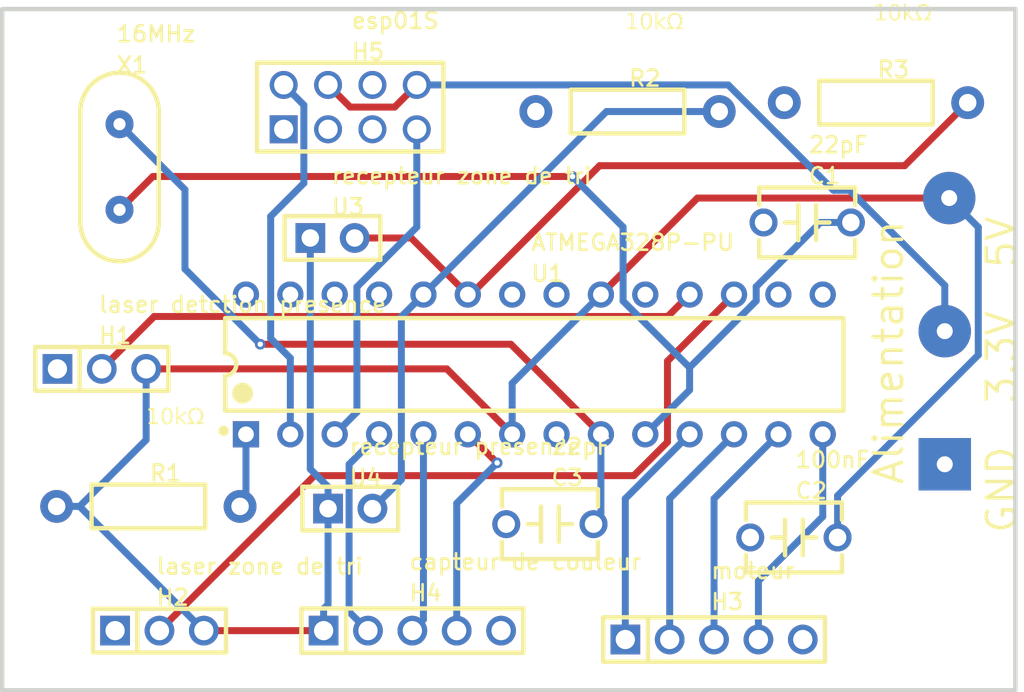
<source format=kicad_pcb>
(kicad_pcb (version 20241229) (generator "pcbnew") (generator_version "9.0")
  (layers (0 "F.Cu" signal "TopLayer") (2 "B.Cu" signal "BottomLayer") (13 "F.Paste" user "TopPasteMaskLayer") (15 "B.Paste" user "BottomPasteMaskLayer") (5 "F.SilkS" user "TopSilkLayer") (7 "B.SilkS" user "BottomSilkLayer") (1 "F.Mask" user "TopSolderMaskLayer") (3 "B.Mask" user "BottomSolderMaskLayer") (25 "Edge.Cuts" user "BoardOutLine"))
  (net 1 "")
  (net 2 "+5V")
  (net 3 "+3.3V")
  (net 4 "U1_9")
  (net 5 "A1")
  (net 6 "U1_1")
  (net 7 "TX_ATMEGA")
  (net 8 "RX_ATMEGA")
  (net 9 "H4_4")
  (net 10 "H4_3")
  (net 11 "H4_2")
  (net 12 "H3_4")
  (net 13 "H3_3")
  (net 14 "H3_2")
  (net 15 "H3_1")
  (net 16 "U1_10")
  (net 17 "11")
  (net 18 "12")
  (net 19 "A0")
  (net 20 "GND")
  (footprint "Pad_gge2154" (layer "F.Cu") (at 171.214 96.82)
    (property "Reference" "Pad_gge2154" (hide yes))
    (property "Value" "Pad_gge2154" (hide yes))
    (pad "1" thru_hole oval (at 0 0) (size 3 3) (drill 0.9144) (layers "*.Cu" "*.Mask") (net 2 "+5V"))
  )
  (footprint "RES-TH_BD2.5-L6.5-P10.50-D0.6" (layer "F.Cu") (at 125.367 114.473)
    (property "Reference" "R1" (at 0 -2.4384 0) (layer "F.SilkS") (effects (font (size 0.9144 0.9144) (thickness 0.1524)) (justify left top)))
    (property "Value" "10kΩ" (at -0.1445 -5.6236 0) (layer "F.SilkS") (effects (font (size 0.9144 0.9144) (thickness 0.1524)) (justify left top)))
    (fp_line (start -3.25 -1.25) (end 3.25 -1.25) (stroke (width 0.254)) (layer "F.SilkS"))
    (fp_line (start -3.25 1.25) (end -3.25 -1.25) (stroke (width 0.254)) (layer "F.SilkS"))
    (fp_line (start 3.25 1.25) (end -3.25 1.25) (stroke (width 0.254)) (layer "F.SilkS"))
    (fp_line (start 3.25 1.25) (end 3.25 -1.25) (stroke (width 0.254)) (layer "F.SilkS"))
    (pad "1" thru_hole oval (at -5.2499 0) (size 1.8796 1.8796) (drill 1) (layers "*.Cu" "*.Mask") (net 2 "+5V"))
    (pad "2" thru_hole oval (at 5.2499 0) (size 1.8796 1.8796) (drill 1) (layers "*.Cu" "*.Mask") (net 6 "U1_1"))
  )
  (footprint "HDR-TH_3P-P2.54-V-M" (layer "F.Cu") (at 126.002 121.585)
    (property "Reference" "H2" (at -0.254 -2.4384 0) (layer "F.SilkS") (effects (font (size 0.9144 0.9144) (thickness 0.1524)) (justify left top)))
    (property "Value" "laser zone de tri" (at -0.254 -4.2164 0) (layer "F.SilkS") (effects (font (size 0.9144 0.9144) (thickness 0.1524)) (justify left top)))
    (fp_line (start -3.81 -1.25) (end 3.809 -1.25) (stroke (width 0.254)) (layer "F.SilkS"))
    (fp_line (start -3.81 1.25) (end -3.81 -1.25) (stroke (width 0.254)) (layer "F.SilkS"))
    (fp_line (start -1.27 -1.25) (end -1.27 1.25) (stroke (width 0.254)) (layer "F.SilkS"))
    (fp_line (start 3.809 -1.25) (end 3.809 1.25) (stroke (width 0.254)) (layer "F.SilkS"))
    (fp_line (start 3.81 1.25) (end -3.81 1.25) (stroke (width 0.254)) (layer "F.SilkS"))
    (pad "1" thru_hole rect (at -2.54 0) (size 1.7 1.7) (drill 1.1) (layers "*.Cu" "*.Mask") (net 20 "GND"))
    (pad "2" thru_hole oval (at 0 0) (size 1.7 1.7) (drill 1.1) (layers "*.Cu" "*.Mask") (net 17 "11"))
    (pad "3" thru_hole oval (at 2.54 0) (size 1.7 1.7) (drill 1.1) (layers "*.Cu" "*.Mask") (net 2 "+5V"))
  )
  (footprint "HDR-TH_2P-P2.54-V-F" (layer "F.Cu") (at 135.908 99.106)
    (property "Reference" "U3" (at -0.127 -2.3114 0) (layer "F.SilkS") (effects (font (size 0.9144 0.9144) (thickness 0.1524)) (justify left top)))
    (property "Value" "recepteur zone de tri" (at -0.127 -4.0894 0) (layer "F.SilkS") (effects (font (size 0.9144 0.9144) (thickness 0.1524)) (justify left top)))
    (fp_line (start -2.74 -1.25) (end 2.74 -1.25) (stroke (width 0.254)) (layer "F.SilkS"))
    (fp_line (start -2.74 1.25) (end -2.74 -1.25) (stroke (width 0.254)) (layer "F.SilkS"))
    (fp_line (start 2.74 -1.25) (end 2.74 1.25) (stroke (width 0.254)) (layer "F.SilkS"))
    (fp_line (start 2.74 1.25) (end -2.74 1.25) (stroke (width 0.254)) (layer "F.SilkS"))
    (pad "1" thru_hole rect (at -1.27 0) (size 1.7 1.7) (drill 1) (layers "*.Cu" "*.Mask") (net 2 "+5V"))
    (pad "2" thru_hole oval (at 1.27 0) (size 1.7 1.7) (drill 1) (layers "*.Cu" "*.Mask") (net 19 "A0"))
  )
  (footprint "OSC-TH_L10.0-W4.5-P5.00" (layer "F.Cu") (at 123.716 95.042)
    (property "Reference" "X1" (at -0.254 -6.3754 0) (layer "F.SilkS") (effects (font (size 0.9144 0.9144) (thickness 0.1524)) (justify left top)))
    (property "Value" "16MHz" (at -0.254 -8.1534 0) (layer "F.SilkS") (effects (font (size 0.9144 0.9144) (thickness 0.1524)) (justify left top)))
    (fp_line (start -2.2479 3.1496) (end -2.2479 -3.1496) (stroke (width 0.254)) (layer "F.SilkS"))
    (fp_line (start 2.2479 3.1496) (end 2.2479 -3.1496) (stroke (width 0.254)) (layer "F.SilkS"))
    (fp_arc (start -2.2479 -3.1496) (mid 0 -5.3975) (end 2.2479 -3.1496) (stroke (width 0.254)) (layer "F.SilkS"))
    (fp_arc (start 2.2479 3.1496) (mid 0 5.3975) (end -2.2479 3.1496) (stroke (width 0.254)) (layer "F.SilkS"))
    (pad "1" thru_hole oval (at 0 -2.4501 270) (size 1.6 1.6) (drill 0.7) (layers "*.Cu" "*.Mask") (net 4 "U1_9"))
    (pad "2" thru_hole oval (at 0 2.4501 270) (size 1.6 1.6) (drill 0.7) (layers "*.Cu" "*.Mask") (net 16 "U1_10"))
  )
  (footprint "Pad_gge2184" (layer "F.Cu") (at 170.96 112.06)
    (property "Reference" "Pad_gge2184" (hide yes))
    (property "Value" "Pad_gge2184" (hide yes))
    (pad "2" thru_hole rect (at 0 0) (size 3 3) (drill 0.9144) (layers "*.Cu" "*.Mask") (net 20 "GND"))
  )
  (footprint "CAP-TH_L5.5-W4.0-P5.00-D0.5" (layer "F.Cu") (at 148.354 115.489)
    (property "Reference" "C3" (at 0 -3.2004 0) (layer "F.SilkS") (effects (font (size 0.9144 0.9144) (thickness 0.1524)) (justify left top)))
    (property "Value" "22pF" (at 0 -4.9784 0) (layer "F.SilkS") (effects (font (size 0.9144 0.9144) (thickness 0.1524)) (justify left top)))
    (fp_line (start -2.7501 -2) (end -2.7501 -1.0095) (stroke (width 0.254)) (layer "F.SilkS"))
    (fp_line (start -2.7501 -2) (end 2.7499 -2) (stroke (width 0.254)) (layer "F.SilkS"))
    (fp_line (start -2.7501 1.0095) (end -2.7501 2) (stroke (width 0.254)) (layer "F.SilkS"))
    (fp_line (start -0.508 -1.016) (end -0.508 1.016) (stroke (width 0.254)) (layer "F.SilkS"))
    (fp_line (start -0.508 0.0017) (end -1.27 0.0017) (stroke (width 0.254)) (layer "F.SilkS"))
    (fp_line (start 0.508 0.0017) (end 1.27 0.0017) (stroke (width 0.254)) (layer "F.SilkS"))
    (fp_line (start 0.508 1.016) (end 0.508 -1.016) (stroke (width 0.254)) (layer "F.SilkS"))
    (fp_line (start 2.7499 -2) (end 2.7499 -1.0095) (stroke (width 0.254)) (layer "F.SilkS"))
    (fp_line (start 2.7499 1.0095) (end 2.7499 2) (stroke (width 0.254)) (layer "F.SilkS"))
    (fp_line (start 2.7499 2) (end -2.7502 2) (stroke (width 0.254)) (layer "F.SilkS"))
    (pad "1" thru_hole oval (at -2.4999 0) (size 1.6 1.6) (drill 1) (layers "*.Cu" "*.Mask") (net 20 "GND"))
    (pad "2" thru_hole oval (at 2.4999 0) (size 1.6 1.6) (drill 1) (layers "*.Cu" "*.Mask") (net 4 "U1_9"))
  )
  (footprint "CAP-TH_L5.5-W4.0-P5.00-D0.5" (layer "F.Cu") (at 163.086 98.217)
    (property "Reference" "C1" (at 0 -3.2004 0) (layer "F.SilkS") (effects (font (size 0.9144 0.9144) (thickness 0.1524)) (justify left top)))
    (property "Value" "22pF" (at 0 -4.9784 0) (layer "F.SilkS") (effects (font (size 0.9144 0.9144) (thickness 0.1524)) (justify left top)))
    (fp_line (start -2.7501 -2) (end -2.7501 -1.0095) (stroke (width 0.254)) (layer "F.SilkS"))
    (fp_line (start -2.7501 -2) (end 2.7499 -2) (stroke (width 0.254)) (layer "F.SilkS"))
    (fp_line (start -2.7501 1.0095) (end -2.7501 2) (stroke (width 0.254)) (layer "F.SilkS"))
    (fp_line (start -0.508 -1.016) (end -0.508 1.016) (stroke (width 0.254)) (layer "F.SilkS"))
    (fp_line (start -0.508 0.0017) (end -1.27 0.0017) (stroke (width 0.254)) (layer "F.SilkS"))
    (fp_line (start 0.508 0.0017) (end 1.27 0.0017) (stroke (width 0.254)) (layer "F.SilkS"))
    (fp_line (start 0.508 1.016) (end 0.508 -1.016) (stroke (width 0.254)) (layer "F.SilkS"))
    (fp_line (start 2.7499 -2) (end 2.7499 -1.0095) (stroke (width 0.254)) (layer "F.SilkS"))
    (fp_line (start 2.7499 1.0095) (end 2.7499 2) (stroke (width 0.254)) (layer "F.SilkS"))
    (fp_line (start 2.7499 2) (end -2.7502 2) (stroke (width 0.254)) (layer "F.SilkS"))
    (pad "1" thru_hole oval (at -2.4999 0) (size 1.6 1.6) (drill 1) (layers "*.Cu" "*.Mask") (net 20 "GND"))
    (pad "2" thru_hole oval (at 2.5001 0) (size 1.6 1.6) (drill 1) (layers "*.Cu" "*.Mask") (net 16 "U1_10"))
  )
  (footprint "HDR-TH_3P-P2.54-V-M" (layer "F.Cu") (at 122.7 106.599)
    (property "Reference" "H1" (at -0.254 -2.4384 0) (layer "F.SilkS") (effects (font (size 0.9144 0.9144) (thickness 0.1524)) (justify left top)))
    (property "Value" "laser detction presence" (at -0.254 -4.2164 0) (layer "F.SilkS") (effects (font (size 0.9144 0.9144) (thickness 0.1524)) (justify left top)))
    (fp_line (start -3.81 -1.25) (end 3.809 -1.25) (stroke (width 0.254)) (layer "F.SilkS"))
    (fp_line (start -3.81 1.25) (end -3.81 -1.25) (stroke (width 0.254)) (layer "F.SilkS"))
    (fp_line (start -1.27 -1.25) (end -1.27 1.25) (stroke (width 0.254)) (layer "F.SilkS"))
    (fp_line (start 3.809 -1.25) (end 3.809 1.25) (stroke (width 0.254)) (layer "F.SilkS"))
    (fp_line (start 3.81 1.25) (end -3.81 1.25) (stroke (width 0.254)) (layer "F.SilkS"))
    (pad "1" thru_hole rect (at -2.54 0) (size 1.7 1.7) (drill 1.1) (layers "*.Cu" "*.Mask") (net 20 "GND"))
    (pad "2" thru_hole oval (at 0 0) (size 1.7 1.7) (drill 1.1) (layers "*.Cu" "*.Mask") (net 18 "12"))
    (pad "3" thru_hole oval (at 2.54 0) (size 1.7 1.7) (drill 1.1) (layers "*.Cu" "*.Mask") (net 2 "+5V"))
  )
  (footprint "HDR-TH_5P-P2.54-V-M" (layer "F.Cu") (at 157.752 122.093)
    (property "Reference" "H3" (at -0.254 -2.6924 0) (layer "F.SilkS") (effects (font (size 0.9144 0.9144) (thickness 0.1524)) (justify left top)))
    (property "Value" "moteur" (at -0.254 -4.4704 0) (layer "F.SilkS") (effects (font (size 0.9144 0.9144) (thickness 0.1524)) (justify left top)))
    (fp_line (start -6.35 -1.27) (end 6.35 -1.27) (stroke (width 0.254)) (layer "F.SilkS"))
    (fp_line (start -6.35 1.27) (end -6.35 -1.27) (stroke (width 0.254)) (layer "F.SilkS"))
    (fp_line (start -3.7865 -1.27) (end -3.7865 1.27) (stroke (width 0.254)) (layer "F.SilkS"))
    (fp_line (start 6.35 -1.27) (end 6.35 1.27) (stroke (width 0.254)) (layer "F.SilkS"))
    (fp_line (start 6.35 1.27) (end -6.35 1.27) (stroke (width 0.254)) (layer "F.SilkS"))
    (pad "1" thru_hole rect (at -5.08 0) (size 1.7 1.7) (drill 1.1) (layers "*.Cu" "*.Mask") (net 15 "H3_1"))
    (pad "2" thru_hole oval (at -2.54 0) (size 1.7 1.7) (drill 1.1) (layers "*.Cu" "*.Mask") (net 14 "H3_2"))
    (pad "3" thru_hole oval (at 0 0) (size 1.7 1.7) (drill 1.1) (layers "*.Cu" "*.Mask") (net 13 "H3_3"))
    (pad "4" thru_hole oval (at 2.54 0) (size 1.7 1.7) (drill 1.1) (layers "*.Cu" "*.Mask") (net 12 "H3_4"))
    (pad "5" thru_hole oval (at 5.08 0) (size 1.7 1.7) (drill 1.1) (layers "*.Cu" "*.Mask") (net 20 "GND"))
  )
  (footprint "HDR-TH_5P-P2.54-V-M" (layer "F.Cu") (at 140.48 121.585)
    (property "Reference" "H4" (at -0.254 -2.6924 0) (layer "F.SilkS") (effects (font (size 0.9144 0.9144) (thickness 0.1524)) (justify left top)))
    (property "Value" "capteur de couleur" (at -0.254 -4.4704 0) (layer "F.SilkS") (effects (font (size 0.9144 0.9144) (thickness 0.1524)) (justify left top)))
    (fp_line (start -6.35 -1.27) (end 6.35 -1.27) (stroke (width 0.254)) (layer "F.SilkS"))
    (fp_line (start -6.35 1.27) (end -6.35 -1.27) (stroke (width 0.254)) (layer "F.SilkS"))
    (fp_line (start -3.7865 -1.27) (end -3.7865 1.27) (stroke (width 0.254)) (layer "F.SilkS"))
    (fp_line (start 6.35 -1.27) (end 6.35 1.27) (stroke (width 0.254)) (layer "F.SilkS"))
    (fp_line (start 6.35 1.27) (end -6.35 1.27) (stroke (width 0.254)) (layer "F.SilkS"))
    (pad "1" thru_hole rect (at -5.08 0) (size 1.7 1.7) (drill 1.1) (layers "*.Cu" "*.Mask") (net 2 "+5V"))
    (pad "2" thru_hole oval (at -2.54 0) (size 1.7 1.7) (drill 1.1) (layers "*.Cu" "*.Mask") (net 11 "H4_2"))
    (pad "3" thru_hole oval (at 0 0) (size 1.7 1.7) (drill 1.1) (layers "*.Cu" "*.Mask") (net 10 "H4_3"))
    (pad "4" thru_hole oval (at 2.54 0) (size 1.7 1.7) (drill 1.1) (layers "*.Cu" "*.Mask") (net 9 "H4_4"))
    (pad "5" thru_hole oval (at 5.08 0) (size 1.7 1.7) (drill 1.1) (layers "*.Cu" "*.Mask") (net 20 "GND"))
  )
  (footprint "RES-TH_BD2.5-L6.5-P10.50-D0.6" (layer "F.Cu") (at 167.023 91.359)
    (property "Reference" "R3" (at 0 -2.4384 0) (layer "F.SilkS") (effects (font (size 0.9144 0.9144) (thickness 0.1524)) (justify left top)))
    (property "Value" "10kΩ" (at -0.1445 -5.6236 0) (layer "F.SilkS") (effects (font (size 0.9144 0.9144) (thickness 0.1524)) (justify left top)))
    (fp_line (start -3.25 -1.25) (end 3.25 -1.25) (stroke (width 0.254)) (layer "F.SilkS"))
    (fp_line (start -3.25 1.25) (end -3.25 -1.25) (stroke (width 0.254)) (layer "F.SilkS"))
    (fp_line (start 3.25 1.25) (end -3.25 1.25) (stroke (width 0.254)) (layer "F.SilkS"))
    (fp_line (start 3.25 1.25) (end 3.25 -1.25) (stroke (width 0.254)) (layer "F.SilkS"))
    (pad "1" thru_hole oval (at -5.2499 0) (size 1.8796 1.8796) (drill 1) (layers "*.Cu" "*.Mask") (net 20 "GND"))
    (pad "2" thru_hole oval (at 5.2499 0) (size 1.8796 1.8796) (drill 1) (layers "*.Cu" "*.Mask") (net 19 "A0"))
  )
  (footprint "Pad_gge2229" (layer "F.Cu") (at 170.96 104.44)
    (property "Reference" "Pad_gge2229" (hide yes))
    (property "Value" "Pad_gge2229" (hide yes))
    (pad "1" thru_hole oval (at 0 0) (size 3 3) (drill 0.9144) (layers "*.Cu" "*.Mask") (net 3 "+3.3V"))
  )
  (footprint "HDR-TH_2P-P2.54-V-F" (layer "F.Cu") (at 136.924 114.6)
    (property "Reference" "U4" (at -0.127 -2.3114 0) (layer "F.SilkS") (effects (font (size 0.9144 0.9144) (thickness 0.1524)) (justify left top)))
    (property "Value" "recepteur presence" (at -0.127 -4.0894 0) (layer "F.SilkS") (effects (font (size 0.9144 0.9144) (thickness 0.1524)) (justify left top)))
    (fp_line (start -2.74 -1.25) (end 2.74 -1.25) (stroke (width 0.254)) (layer "F.SilkS"))
    (fp_line (start -2.74 1.25) (end -2.74 -1.25) (stroke (width 0.254)) (layer "F.SilkS"))
    (fp_line (start 2.74 -1.25) (end 2.74 1.25) (stroke (width 0.254)) (layer "F.SilkS"))
    (fp_line (start 2.74 1.25) (end -2.74 1.25) (stroke (width 0.254)) (layer "F.SilkS"))
    (pad "1" thru_hole rect (at -1.27 0) (size 1.7 1.7) (drill 1) (layers "*.Cu" "*.Mask") (net 2 "+5V"))
    (pad "2" thru_hole oval (at 1.27 0) (size 1.7 1.7) (drill 1) (layers "*.Cu" "*.Mask") (net 5 "A1"))
  )
  (footprint "HDR-TH_8P-P2.54-V-F-R2-C4-S2.54" (layer "F.Cu") (at 136.924 91.613)
    (property "Reference" "H5" (at 0 -3.7084 0) (layer "F.SilkS") (effects (font (size 0.9144 0.9144) (thickness 0.1524)) (justify left top)))
    (property "Value" "esp01S" (at 0 -5.4864 0) (layer "F.SilkS") (effects (font (size 0.9144 0.9144) (thickness 0.1524)) (justify left top)))
    (fp_line (start -5.334 -2.54) (end 5.334 -2.54) (stroke (width 0.254)) (layer "F.SilkS"))
    (fp_line (start -5.334 2.54) (end -5.334 -2.54) (stroke (width 0.254)) (layer "F.SilkS"))
    (fp_line (start 5.334 -2.54) (end 5.334 2.54) (stroke (width 0.254)) (layer "F.SilkS"))
    (fp_line (start 5.334 2.54) (end -5.334 2.54) (stroke (width 0.254)) (layer "F.SilkS"))
    (pad "1" thru_hole rect (at -3.81 1.27) (size 1.6 1.6) (drill 1.1) (layers "*.Cu" "*.Mask") (net 20 "GND"))
    (pad "2" thru_hole oval (at -3.81 -1.27) (size 1.6 1.6) (drill 1.1) (layers "*.Cu" "*.Mask") (net 8 "RX_ATMEGA"))
    (pad "3" thru_hole oval (at -1.27 1.27) (size 1.6 1.6) (drill 1.1) (layers "*.Cu" "*.Mask") (net 0 ""))
    (pad "4" thru_hole oval (at -1.27 -1.27) (size 1.6 1.6) (drill 1.1) (layers "*.Cu" "*.Mask") (net 3 "+3.3V"))
    (pad "5" thru_hole oval (at 1.27 1.27) (size 1.6 1.6) (drill 1.1) (layers "*.Cu" "*.Mask") (net 0 ""))
    (pad "6" thru_hole oval (at 1.27 -1.27) (size 1.6 1.6) (drill 1.1) (layers "*.Cu" "*.Mask") (net 0 ""))
    (pad "7" thru_hole oval (at 3.81 1.27) (size 1.6 1.6) (drill 1.1) (layers "*.Cu" "*.Mask") (net 7 "TX_ATMEGA"))
    (pad "8" thru_hole oval (at 3.81 -1.27) (size 1.6 1.6) (drill 1.1) (layers "*.Cu" "*.Mask") (net 3 "+3.3V"))
  )
  (footprint "DIP-28_L34.6-W7.3-P2.54-LS10.2-BL" (layer "F.Cu") (at 147.465 106.345)
    (property "Reference" "U1" (at -0.254 -5.7404 0) (layer "F.SilkS") (effects (font (size 0.9144 0.9144) (thickness 0.1524)) (justify left top)))
    (property "Value" "ATMEGA328P-PU" (at -0.254 -7.5184 0) (layer "F.SilkS") (effects (font (size 0.9144 0.9144) (thickness 0.1524)) (justify left top)))
    (fp_line (start -17.7 -2.65) (end 17.7 -2.65) (stroke (width 0.254)) (layer "F.SilkS"))
    (fp_line (start -17.7 -0.635) (end -17.7 -2.65) (stroke (width 0.254)) (layer "F.SilkS"))
    (fp_line (start -17.7 2.65) (end -17.7 0.635) (stroke (width 0.254)) (layer "F.SilkS"))
    (fp_line (start 17.7 -2.65) (end 17.7 2.65) (stroke (width 0.254)) (layer "F.SilkS"))
    (fp_line (start 17.7 2.65) (end -17.7 2.65) (stroke (width 0.254)) (layer "F.SilkS"))
    (fp_arc (start -17.94 3.7973) (mid -17.639994 3.79865) (end -17.94 3.7998) (stroke (width 0.3)) (layer "F.SilkS"))
    (fp_arc (start -17.7013 -0.635) (mid -17.0663 0) (end -17.7013 0.635) (stroke (width 0.254)) (layer "F.SilkS"))
    (fp_arc (start -17.0002 1.6459) (mid -16.400189 1.64855) (end -17.0002 1.651) (stroke (width 0.6)) (layer "F.SilkS"))
    (pad "1" thru_hole rect (at -16.51 4) (size 1.5 1.5) (drill 0.9) (layers "*.Cu" "*.Mask") (net 6 "U1_1"))
    (pad "2" thru_hole oval (at -13.97 4) (size 1.5 1.5) (drill 0.9) (layers "*.Cu" "*.Mask") (net 8 "RX_ATMEGA"))
    (pad "3" thru_hole oval (at -11.43 4) (size 1.5 1.5) (drill 0.9) (layers "*.Cu" "*.Mask") (net 7 "TX_ATMEGA"))
    (pad "4" thru_hole oval (at -8.89 4) (size 1.5 1.5) (drill 0.9) (layers "*.Cu" "*.Mask") (net 11 "H4_2"))
    (pad "5" thru_hole oval (at -6.35 4) (size 1.5 1.5) (drill 0.9) (layers "*.Cu" "*.Mask") (net 10 "H4_3"))
    (pad "6" thru_hole oval (at -3.81 4) (size 1.5 1.5) (drill 0.9) (layers "*.Cu" "*.Mask") (net 9 "H4_4"))
    (pad "7" thru_hole oval (at -1.27 4) (size 1.5 1.5) (drill 0.9) (layers "*.Cu" "*.Mask") (net 2 "+5V"))
    (pad "8" thru_hole oval (at 1.27 4) (size 1.5 1.5) (drill 0.9) (layers "*.Cu" "*.Mask") (net 20 "GND"))
    (pad "9" thru_hole oval (at 3.81 4) (size 1.5 1.5) (drill 0.9) (layers "*.Cu" "*.Mask") (net 4 "U1_9"))
    (pad "10" thru_hole oval (at 6.35 4) (size 1.5 1.5) (drill 0.9) (layers "*.Cu" "*.Mask") (net 16 "U1_10"))
    (pad "11" thru_hole oval (at 8.89 4) (size 1.5 1.5) (drill 0.9) (layers "*.Cu" "*.Mask") (net 15 "H3_1"))
    (pad "12" thru_hole oval (at 11.43 4) (size 1.5 1.5) (drill 0.9) (layers "*.Cu" "*.Mask") (net 14 "H3_2"))
    (pad "13" thru_hole oval (at 13.97 4) (size 1.5 1.5) (drill 0.9) (layers "*.Cu" "*.Mask") (net 13 "H3_3"))
    (pad "14" thru_hole oval (at 16.51 4) (size 1.5 1.5) (drill 0.9) (layers "*.Cu" "*.Mask") (net 12 "H3_4"))
    (pad "15" thru_hole oval (at 16.51 -4) (size 1.5 1.5) (drill 0.9) (layers "*.Cu" "*.Mask") (net 0 ""))
    (pad "16" thru_hole oval (at 13.97 -4) (size 1.5 1.5) (drill 0.9) (layers "*.Cu" "*.Mask") (net 0 ""))
    (pad "17" thru_hole oval (at 11.43 -4) (size 1.5 1.5) (drill 0.9) (layers "*.Cu" "*.Mask") (net 17 "11"))
    (pad "18" thru_hole oval (at 8.89 -4) (size 1.5 1.5) (drill 0.9) (layers "*.Cu" "*.Mask") (net 18 "12"))
    (pad "19" thru_hole oval (at 6.35 -4) (size 1.5 1.5) (drill 0.9) (layers "*.Cu" "*.Mask") (net 0 ""))
    (pad "20" thru_hole oval (at 3.81 -4) (size 1.5 1.5) (drill 0.9) (layers "*.Cu" "*.Mask") (net 2 "+5V"))
    (pad "21" thru_hole oval (at 1.27 -4) (size 1.5 1.5) (drill 0.9) (layers "*.Cu" "*.Mask") (net 0 ""))
    (pad "22" thru_hole oval (at -1.27 -4) (size 1.5 1.5) (drill 0.9) (layers "*.Cu" "*.Mask") (net 20 "GND"))
    (pad "23" thru_hole oval (at -3.81 -4) (size 1.5 1.5) (drill 0.9) (layers "*.Cu" "*.Mask") (net 19 "A0"))
    (pad "24" thru_hole oval (at -6.35 -4) (size 1.5 1.5) (drill 0.9) (layers "*.Cu" "*.Mask") (net 5 "A1"))
    (pad "25" thru_hole oval (at -8.89 -4) (size 1.5 1.5) (drill 0.9) (layers "*.Cu" "*.Mask") (net 0 ""))
    (pad "26" thru_hole oval (at -11.43 -4) (size 1.5 1.5) (drill 0.9) (layers "*.Cu" "*.Mask") (net 0 ""))
    (pad "27" thru_hole oval (at -13.97 -4) (size 1.5 1.5) (drill 0.9) (layers "*.Cu" "*.Mask") (net 0 ""))
    (pad "28" thru_hole oval (at -16.51 -4) (size 1.5 1.5) (drill 0.9) (layers "*.Cu" "*.Mask") (net 0 ""))
  )
  (footprint "CAP-TH_L5.5-W4.0-P5.00-D0.5" (layer "F.Cu") (at 162.324 116.251)
    (property "Reference" "C2" (at 0 -3.2004 0) (layer "F.SilkS") (effects (font (size 0.9144 0.9144) (thickness 0.1524)) (justify left top)))
    (property "Value" "100nF" (at 0 -4.9784 0) (layer "F.SilkS") (effects (font (size 0.9144 0.9144) (thickness 0.1524)) (justify left top)))
    (fp_line (start -2.7501 -2) (end -2.7501 -1.0095) (stroke (width 0.254)) (layer "F.SilkS"))
    (fp_line (start -2.7501 -2) (end 2.7499 -2) (stroke (width 0.254)) (layer "F.SilkS"))
    (fp_line (start -2.7501 1.0095) (end -2.7501 2) (stroke (width 0.254)) (layer "F.SilkS"))
    (fp_line (start -0.508 -1.016) (end -0.508 1.016) (stroke (width 0.254)) (layer "F.SilkS"))
    (fp_line (start -0.508 0.0017) (end -1.27 0.0017) (stroke (width 0.254)) (layer "F.SilkS"))
    (fp_line (start 0.508 0.0017) (end 1.27 0.0017) (stroke (width 0.254)) (layer "F.SilkS"))
    (fp_line (start 0.508 1.016) (end 0.508 -1.016) (stroke (width 0.254)) (layer "F.SilkS"))
    (fp_line (start 2.7499 -2) (end 2.7499 -1.0095) (stroke (width 0.254)) (layer "F.SilkS"))
    (fp_line (start 2.7499 1.0095) (end 2.7499 2) (stroke (width 0.254)) (layer "F.SilkS"))
    (fp_line (start 2.7499 2) (end -2.7502 2) (stroke (width 0.254)) (layer "F.SilkS"))
    (pad "1" thru_hole oval (at -2.4999 0) (size 1.6 1.6) (drill 1) (layers "*.Cu" "*.Mask") (net 20 "GND"))
    (pad "2" thru_hole oval (at 2.5001 0) (size 1.6 1.6) (drill 1) (layers "*.Cu" "*.Mask") (net 2 "+5V"))
  )
  (footprint "RES-TH_BD2.5-L6.5-P10.50-D0.6" (layer "F.Cu") (at 152.799 91.867)
    (property "Reference" "R2" (at 0 -2.4384 0) (layer "F.SilkS") (effects (font (size 0.9144 0.9144) (thickness 0.1524)) (justify left top)))
    (property "Value" "10kΩ" (at -0.1445 -5.6236 0) (layer "F.SilkS") (effects (font (size 0.9144 0.9144) (thickness 0.1524)) (justify left top)))
    (fp_line (start -3.25 -1.25) (end 3.25 -1.25) (stroke (width 0.254)) (layer "F.SilkS"))
    (fp_line (start -3.25 1.25) (end -3.25 -1.25) (stroke (width 0.254)) (layer "F.SilkS"))
    (fp_line (start 3.25 1.25) (end -3.25 1.25) (stroke (width 0.254)) (layer "F.SilkS"))
    (fp_line (start 3.25 1.25) (end 3.25 -1.25) (stroke (width 0.254)) (layer "F.SilkS"))
    (pad "1" thru_hole oval (at -5.2499 0) (size 1.8796 1.8796) (drill 1) (layers "*.Cu" "*.Mask") (net 20 "GND"))
    (pad "2" thru_hole oval (at 5.2499 0) (size 1.8796 1.8796) (drill 1) (layers "*.Cu" "*.Mask") (net 5 "A1"))
  )
  (gr_line (start 117 125) (end 117 86.0001) (stroke (width 0.254)) (layer "Edge.Cuts"))
  (gr_line (start 174.9999 86.0001) (end 174.9999 125) (stroke (width 0.254)) (layer "Edge.Cuts"))
  (gr_line (start 117 86.0001) (end 174.9999 86.0001) (stroke (width 0.254)) (layer "Edge.Cuts"))
  (gr_line (start 174.9999 125) (end 117 125) (stroke (width 0.254)) (layer "Edge.Cuts"))
  (gr_text "Alimentation" (at 166.7944 113.33 90) (layer "F.SilkS") (effects (font (size 1.6256 1.6256) (thickness 0.2032)) (justify left top)))
  (gr_text "GND  3.3V  5V" (at 173.2714 116.124 90) (layer "F.SilkS") (effects (font (size 1.6256 1.6256) (thickness 0.2032)) (justify left top)))
  (segment (start 171.214 96.82) (end 156.8 96.82) (width 0.4) (layer "F.Cu") (net 2))
  (segment (start 142.449 106.599) (end 146.195 110.345) (width 0.4) (layer "F.Cu") (net 2))
  (segment (start 135.4 121.585) (end 128.542 121.585) (width 0.4) (layer "F.Cu") (net 2))
  (segment (start 125.24 106.599) (end 142.449 106.599) (width 0.4) (layer "F.Cu") (net 2))
  (segment (start 156.8 96.82) (end 151.275 102.345) (width 0.4) (layer "F.Cu") (net 2))
  (segment (start 164.8239 116.251) (end 164.8239 113.8596) (width 0.4) (layer "B.Cu") (net 2))
  (segment (start 164.8239 113.8596) (end 172.8787 105.8048) (width 0.4) (layer "B.Cu") (net 2))
  (segment (start 121.43 114.473) (end 120.1171 114.473) (width 0.4) (layer "B.Cu") (net 2))
  (segment (start 151.275 102.345) (end 146.195 107.425) (width 0.4) (layer "B.Cu") (net 2))
  (segment (start 125.24 110.663) (end 121.43 114.473) (width 0.4) (layer "B.Cu") (net 2))
  (segment (start 135.4 121.585) (end 135.4 120.3343) (width 0.4) (layer "B.Cu") (net 2))
  (segment (start 172.8787 98.4847) (end 171.214 96.82) (width 0.4) (layer "B.Cu") (net 2))
  (segment (start 146.195 107.425) (end 146.195 110.345) (width 0.4) (layer "B.Cu") (net 2))
  (segment (start 135.654 114.6) (end 135.654 113.3496) (width 0.4) (layer "B.Cu") (net 2))
  (segment (start 172.8787 105.8048) (end 172.8787 98.4847) (width 0.4) (layer "B.Cu") (net 2))
  (segment (start 125.24 106.599) (end 125.24 110.663) (width 0.4) (layer "B.Cu") (net 2))
  (segment (start 135.654 114.6) (end 135.654 120.0803) (width 0.4) (layer "B.Cu") (net 2))
  (segment (start 134.638 112.3336) (end 135.654 113.3496) (width 0.4) (layer "B.Cu") (net 2))
  (segment (start 128.542 121.585) (end 121.43 114.473) (width 0.4) (layer "B.Cu") (net 2))
  (segment (start 134.638 99.106) (end 134.638 112.3336) (width 0.4) (layer "B.Cu") (net 2))
  (segment (start 135.654 120.0803) (end 135.4 120.3343) (width 0.4) (layer "B.Cu") (net 2))
  (segment (start 140.734 90.343) (end 139.464 91.613) (width 0.4) (layer "F.Cu") (net 3))
  (segment (start 139.464 91.613) (end 136.924 91.613) (width 0.4) (layer "F.Cu") (net 3))
  (segment (start 136.924 91.613) (end 135.654 90.343) (width 0.4) (layer "F.Cu") (net 3))
  (segment (start 140.734 90.343) (end 158.562 90.343) (width 0.4) (layer "B.Cu") (net 3))
  (segment (start 158.562 90.343) (end 164.5938 96.3748) (width 0.4) (layer "B.Cu") (net 3))
  (segment (start 170.96 101.819) (end 170.96 104.44) (width 0.4) (layer "B.Cu") (net 3))
  (segment (start 165.5158 96.3748) (end 170.96 101.819) (width 0.4) (layer "B.Cu") (net 3))
  (segment (start 164.5938 96.3748) (end 165.5158 96.3748) (width 0.4) (layer "B.Cu") (net 3))
  (segment (start 151.275 110.345) (end 146.1196 105.1896) (width 0.4) (layer "F.Cu") (net 4))
  (segment (start 146.1196 105.1896) (end 131.7714 105.1896) (width 0.4) (layer "F.Cu") (net 4))
  (via (at 131.7714 105.1896) (size 0.61) (drill 0.305) (layers "F.Cu" "B.Cu") (net 4))
  (segment (start 127.4623 96.3382) (end 123.716 92.5919) (width 0.4) (layer "B.Cu") (net 4))
  (segment (start 127.4623 100.8805) (end 127.4623 96.3382) (width 0.4) (layer "B.Cu") (net 4))
  (segment (start 131.7714 105.1896) (end 127.4623 100.8805) (width 0.4) (layer "B.Cu") (net 4))
  (segment (start 151.275 115.0679) (end 150.8539 115.489) (width 0.4) (layer "B.Cu") (net 4))
  (segment (start 151.275 110.345) (end 151.275 115.0679) (width 0.4) (layer "B.Cu") (net 4))
  (segment (start 139.8521 103.6079) (end 141.115 102.345) (width 0.4) (layer "B.Cu") (net 5))
  (segment (start 139.8521 112.9419) (end 139.8521 103.6079) (width 0.4) (layer "B.Cu") (net 5))
  (segment (start 151.593 91.867) (end 158.049 91.867) (width 0.4) (layer "B.Cu") (net 5))
  (segment (start 141.115 102.345) (end 151.593 91.867) (width 0.4) (layer "B.Cu") (net 5))
  (segment (start 138.194 114.6) (end 139.8521 112.9419) (width 0.4) (layer "B.Cu") (net 5))
  (segment (start 130.955 114.135) (end 130.617 114.473) (width 0.4) (layer "B.Cu") (net 6))
  (segment (start 130.955 110.345) (end 130.955 114.135) (width 0.4) (layer "B.Cu") (net 6))
  (segment (start 137.305 109.075) (end 137.305 101.9089) (width 0.4) (layer "B.Cu") (net 7))
  (segment (start 136.035 110.345) (end 137.305 109.075) (width 0.4) (layer "B.Cu") (net 7))
  (segment (start 137.305 101.9089) (end 140.734 98.4799) (width 0.4) (layer "B.Cu") (net 7))
  (segment (start 140.734 98.4799) (end 140.734 92.883) (width 0.4) (layer "B.Cu") (net 7))
  (segment (start 133.495 105.9816) (end 132.3688 104.8553) (width 0.4) (layer "B.Cu") (net 8))
  (segment (start 132.3688 104.8553) (end 132.3688 97.8688) (width 0.4) (layer "B.Cu") (net 8))
  (segment (start 134.2679 95.9696) (end 134.2679 91.4969) (width 0.4) (layer "B.Cu") (net 8))
  (segment (start 134.2679 91.4969) (end 133.114 90.343) (width 0.4) (layer "B.Cu") (net 8))
  (segment (start 133.495 110.345) (end 133.495 105.9816) (width 0.4) (layer "B.Cu") (net 8))
  (segment (start 132.3688 97.8688) (end 134.2679 95.9696) (width 0.4) (layer "B.Cu") (net 8))
  (segment (start 143.655 110.345) (end 143.6987 110.345) (width 0.4) (layer "F.Cu") (net 9))
  (segment (start 143.6987 110.345) (end 145.3337 111.98) (width 0.4) (layer "F.Cu") (net 9))
  (via (at 145.3337 111.98) (size 0.61) (drill 0.305) (layers "F.Cu" "B.Cu") (net 9))
  (segment (start 145.3337 111.98) (end 143.02 114.2937) (width 0.4) (layer "B.Cu") (net 9))
  (segment (start 143.02 114.2937) (end 143.02 121.585) (width 0.4) (layer "B.Cu") (net 9))
  (segment (start 141.115 120.95) (end 140.48 121.585) (width 0.4) (layer "B.Cu") (net 10))
  (segment (start 141.115 110.345) (end 141.115 120.95) (width 0.4) (layer "B.Cu") (net 10))
  (segment (start 136.858 120.503) (end 137.94 121.585) (width 0.4) (layer "B.Cu") (net 11))
  (segment (start 136.858 112.0621) (end 136.858 120.503) (width 0.4) (layer "B.Cu") (net 11))
  (segment (start 138.575 110.345) (end 136.858 112.0621) (width 0.4) (layer "B.Cu") (net 11))
  (segment (start 160.292 118.7412) (end 160.292 122.093) (width 0.4) (layer "B.Cu") (net 12))
  (segment (start 163.975 110.345) (end 163.975 115.0582) (width 0.4) (layer "B.Cu") (net 12))
  (segment (start 163.975 115.0582) (end 160.292 118.7412) (width 0.4) (layer "B.Cu") (net 12))
  (segment (start 161.435 110.345) (end 157.752 114.028) (width 0.4) (layer "B.Cu") (net 13))
  (segment (start 157.752 114.028) (end 157.752 122.093) (width 0.4) (layer "B.Cu") (net 13))
  (segment (start 158.895 110.345) (end 155.212 114.028) (width 0.4) (layer "B.Cu") (net 14))
  (segment (start 155.212 114.028) (end 155.212 122.093) (width 0.4) (layer "B.Cu") (net 14))
  (segment (start 156.355 110.345) (end 152.672 114.028) (width 0.4) (layer "B.Cu") (net 15))
  (segment (start 152.672 114.028) (end 152.672 122.093) (width 0.4) (layer "B.Cu") (net 15))
  (segment (start 125.6225 95.5856) (end 123.716 97.4921) (width 0.4) (layer "F.Cu") (net 16))
  (segment (start 149.6499 95.5856) (end 125.6225 95.5856) (width 0.4) (layer "F.Cu") (net 16))
  (via (at 149.6499 95.5856) (size 0.61) (drill 0.305) (layers "F.Cu" "B.Cu") (net 16))
  (segment (start 156.3515 106.5203) (end 156.3515 106.52) (width 0.4) (layer "B.Cu") (net 16))
  (segment (start 163.8381 98.217) (end 160.165 101.8901) (width 0.4) (layer "B.Cu") (net 16))
  (segment (start 152.545 98.4807) (end 149.6499 95.5856) (width 0.4) (layer "B.Cu") (net 16))
  (segment (start 160.165 102.7065) (end 156.3515 106.52) (width 0.4) (layer "B.Cu") (net 16))
  (segment (start 153.815 110.345) (end 156.3515 107.8086) (width 0.4) (layer "B.Cu") (net 16))
  (segment (start 165.5859 98.217) (end 163.8381 98.217) (width 0.4) (layer "B.Cu") (net 16))
  (segment (start 160.165 101.8901) (end 160.165 102.7065) (width 0.4) (layer "B.Cu") (net 16))
  (segment (start 152.545 102.7138) (end 152.545 98.4807) (width 0.4) (layer "B.Cu") (net 16))
  (segment (start 156.3515 106.52) (end 152.545 102.7138) (width 0.4) (layer "B.Cu") (net 16))
  (segment (start 156.3515 107.8086) (end 156.3515 106.5203) (width 0.4) (layer "B.Cu") (net 16))
  (segment (start 134.876 112.711) (end 126.002 121.585) (width 0.4) (layer "F.Cu") (net 17))
  (segment (start 155.085 110.7872) (end 153.1612 112.711) (width 0.4) (layer "F.Cu") (net 17))
  (segment (start 158.895 102.345) (end 155.085 106.155) (width 0.4) (layer "F.Cu") (net 17))
  (segment (start 155.085 106.155) (end 155.085 110.7872) (width 0.4) (layer "F.Cu") (net 17))
  (segment (start 153.1612 112.711) (end 134.876 112.711) (width 0.4) (layer "F.Cu") (net 17))
  (segment (start 125.6993 103.5998) (end 122.7 106.599) (width 0.4) (layer "F.Cu") (net 18))
  (segment (start 155.1003 103.5998) (end 125.6993 103.5998) (width 0.4) (layer "F.Cu") (net 18))
  (segment (start 156.355 102.345) (end 155.1003 103.5998) (width 0.4) (layer "F.Cu") (net 18))
  (segment (start 151.2011 94.9661) (end 168.6659 94.9661) (width 0.4) (layer "F.Cu") (net 19))
  (segment (start 143.8222 102.345) (end 151.2011 94.9661) (width 0.4) (layer "F.Cu") (net 19))
  (segment (start 143.655 102.345) (end 143.8222 102.345) (width 0.4) (layer "F.Cu") (net 19))
  (segment (start 140.416 99.106) (end 143.655 102.345) (width 0.4) (layer "F.Cu") (net 19))
  (segment (start 168.6659 94.9661) (end 172.273 91.359) (width 0.4) (layer "F.Cu") (net 19))
  (segment (start 137.178 99.106) (end 140.416 99.106) (width 0.4) (layer "F.Cu") (net 19))
)
</source>
